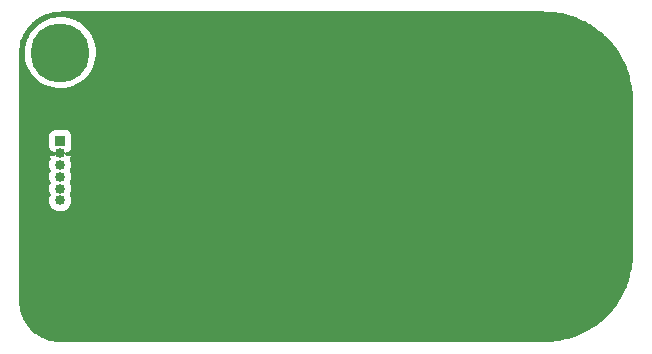
<source format=gbl>
%TF.GenerationSoftware,KiCad,Pcbnew,5.99.0-unknown-b691c18bfc~117~ubuntu20.10.1*%
%TF.CreationDate,2021-03-09T07:05:17+01:00*%
%TF.ProjectId,abrd,61627264-2e6b-4696-9361-645f70636258,rev?*%
%TF.SameCoordinates,Original*%
%TF.FileFunction,Copper,L2,Bot*%
%TF.FilePolarity,Positive*%
%FSLAX46Y46*%
G04 Gerber Fmt 4.6, Leading zero omitted, Abs format (unit mm)*
G04 Created by KiCad (PCBNEW 5.99.0-unknown-b691c18bfc~117~ubuntu20.10.1) date 2021-03-09 07:05:17*
%MOMM*%
%LPD*%
G01*
G04 APERTURE LIST*
%TA.AperFunction,ComponentPad*%
%ADD10R,0.850000X0.850000*%
%TD*%
%TA.AperFunction,ComponentPad*%
%ADD11O,0.850000X0.850000*%
%TD*%
%TA.AperFunction,ComponentPad*%
%ADD12C,5.000000*%
%TD*%
%TA.AperFunction,ViaPad*%
%ADD13C,0.600000*%
%TD*%
G04 APERTURE END LIST*
D10*
%TO.P,J1,1,Pin_1*%
%TO.N,+5V*%
X123000000Y-71500000D03*
D11*
%TO.P,J1,2,Pin_2*%
%TO.N,GND*%
X123000000Y-72500000D03*
%TO.P,J1,3,Pin_3*%
%TO.N,+3V3*%
X123000000Y-73500000D03*
%TO.P,J1,4,Pin_4*%
%TO.N,/ledstrip*%
X123000000Y-74500000D03*
%TO.P,J1,5,Pin_5*%
%TO.N,/buzz*%
X123000000Y-75500000D03*
%TO.P,J1,6,Pin_6*%
%TO.N,/cap-switch*%
X123000000Y-76500000D03*
%TD*%
D12*
%TO.P,REF\u002A\u002A,1*%
%TO.N,N/C*%
X123000000Y-64000000D03*
%TD*%
D13*
%TO.N,GND*%
X128500000Y-83750000D03*
X130000000Y-87000000D03*
X144000000Y-87000000D03*
X136000000Y-87000000D03*
X122000000Y-86000000D03*
X147500000Y-63000000D03*
%TD*%
%TA.AperFunction,Conductor*%
%TO.N,GND*%
G36*
X163939274Y-60509682D02*
G01*
X163952343Y-60511839D01*
X163952345Y-60511839D01*
X163957143Y-60512631D01*
X164030324Y-60513297D01*
X164174802Y-60514612D01*
X164178151Y-60514687D01*
X164281918Y-60518392D01*
X164328518Y-60520057D01*
X164332982Y-60520296D01*
X164732628Y-60548880D01*
X164734907Y-60549043D01*
X164739387Y-60549444D01*
X164861243Y-60562545D01*
X164865708Y-60563105D01*
X165264567Y-60620452D01*
X165268991Y-60621170D01*
X165299228Y-60626625D01*
X165389654Y-60642940D01*
X165394065Y-60643817D01*
X165543223Y-60676264D01*
X165787788Y-60729466D01*
X165792116Y-60730489D01*
X165911004Y-60760834D01*
X165915324Y-60762019D01*
X166024686Y-60794130D01*
X166301913Y-60875533D01*
X166306205Y-60876877D01*
X166422513Y-60915588D01*
X166426754Y-60917084D01*
X166804280Y-61057893D01*
X166808466Y-61059540D01*
X166921755Y-61106466D01*
X166925879Y-61108261D01*
X167292415Y-61275653D01*
X167296469Y-61277593D01*
X167406081Y-61332460D01*
X167410047Y-61334535D01*
X167598320Y-61437339D01*
X167763709Y-61527648D01*
X167767587Y-61529856D01*
X167873097Y-61592458D01*
X167876861Y-61594783D01*
X168215889Y-61812664D01*
X168219598Y-61815143D01*
X168320306Y-61885067D01*
X168323954Y-61887697D01*
X168646513Y-62129161D01*
X168650064Y-62131920D01*
X168745541Y-62208859D01*
X168748968Y-62211723D01*
X168915260Y-62355815D01*
X169053478Y-62475582D01*
X169056824Y-62478587D01*
X169146608Y-62562179D01*
X169149844Y-62565303D01*
X169434697Y-62850156D01*
X169437821Y-62853392D01*
X169521409Y-62943172D01*
X169524414Y-62946519D01*
X169788268Y-63251023D01*
X169791153Y-63254474D01*
X169868081Y-63349937D01*
X169870840Y-63353489D01*
X170112297Y-63676038D01*
X170114928Y-63679686D01*
X170184867Y-63780416D01*
X170187366Y-63784156D01*
X170405189Y-64123095D01*
X170407553Y-64126922D01*
X170470137Y-64232401D01*
X170472350Y-64236288D01*
X170665466Y-64589955D01*
X170667550Y-64593940D01*
X170722425Y-64703566D01*
X170724342Y-64707573D01*
X170891747Y-65074137D01*
X170893507Y-65078178D01*
X170940472Y-65191561D01*
X170942094Y-65195684D01*
X170979057Y-65294786D01*
X171082913Y-65573236D01*
X171084409Y-65577478D01*
X171123130Y-65693817D01*
X171124474Y-65698109D01*
X171237982Y-66084684D01*
X171239172Y-66089021D01*
X171269505Y-66207861D01*
X171270540Y-66212239D01*
X171356184Y-66605939D01*
X171357061Y-66610351D01*
X171378831Y-66731016D01*
X171379550Y-66735455D01*
X171395227Y-66844488D01*
X171430482Y-67089690D01*
X171436893Y-67134282D01*
X171437454Y-67138745D01*
X171450558Y-67260631D01*
X171450959Y-67265106D01*
X171479217Y-67660200D01*
X171479703Y-67666998D01*
X171479944Y-67671491D01*
X171485313Y-67821847D01*
X171485388Y-67825196D01*
X171487339Y-68039579D01*
X171488015Y-68044011D01*
X171490560Y-68060700D01*
X171492000Y-68079696D01*
X171492000Y-80918757D01*
X171490318Y-80939274D01*
X171487369Y-80957143D01*
X171487325Y-80962004D01*
X171485388Y-81174802D01*
X171485313Y-81178152D01*
X171479944Y-81328505D01*
X171479703Y-81332997D01*
X171450957Y-81734908D01*
X171450556Y-81739388D01*
X171437455Y-81861239D01*
X171436895Y-81865702D01*
X171379548Y-82264561D01*
X171378828Y-82269001D01*
X171357055Y-82389681D01*
X171356182Y-82394073D01*
X171270534Y-82787788D01*
X171269510Y-82792119D01*
X171239171Y-82910988D01*
X171237981Y-82915327D01*
X171124464Y-83301922D01*
X171123120Y-83306213D01*
X171084415Y-83422505D01*
X171082919Y-83426747D01*
X170942115Y-83804261D01*
X170940467Y-83808448D01*
X170893523Y-83921778D01*
X170891729Y-83925901D01*
X170724358Y-84292394D01*
X170722416Y-84296452D01*
X170667549Y-84406061D01*
X170665465Y-84410046D01*
X170472349Y-84763713D01*
X170470123Y-84767621D01*
X170407555Y-84873075D01*
X170405194Y-84876897D01*
X170191937Y-85208731D01*
X170187359Y-85215854D01*
X170184860Y-85219594D01*
X170114932Y-85320308D01*
X170112302Y-85323956D01*
X169870832Y-85646525D01*
X169868093Y-85650049D01*
X169791128Y-85745557D01*
X169788243Y-85749008D01*
X169524431Y-86053463D01*
X169521426Y-86056810D01*
X169437821Y-86146608D01*
X169434697Y-86149844D01*
X169149844Y-86434697D01*
X169146608Y-86437821D01*
X169056810Y-86521426D01*
X169053463Y-86524431D01*
X168748997Y-86788252D01*
X168745546Y-86791137D01*
X168650060Y-86868084D01*
X168646508Y-86870843D01*
X168336884Y-87102625D01*
X168323950Y-87112307D01*
X168320344Y-87114908D01*
X168237501Y-87172427D01*
X168219595Y-87184859D01*
X168215856Y-87187357D01*
X167876909Y-87405187D01*
X167873118Y-87407529D01*
X167767532Y-87470176D01*
X167763736Y-87472337D01*
X167410040Y-87665469D01*
X167406095Y-87667533D01*
X167376434Y-87682380D01*
X167296443Y-87722420D01*
X167292386Y-87724361D01*
X166925880Y-87891739D01*
X166921756Y-87893534D01*
X166808474Y-87940457D01*
X166804288Y-87942104D01*
X166426732Y-88082924D01*
X166422490Y-88084420D01*
X166306196Y-88123126D01*
X166301905Y-88124470D01*
X165915266Y-88237997D01*
X165911002Y-88239167D01*
X165792093Y-88269517D01*
X165787821Y-88270527D01*
X165493861Y-88334474D01*
X165394061Y-88356184D01*
X165389649Y-88357061D01*
X165268984Y-88378831D01*
X165264545Y-88379550D01*
X164989257Y-88419131D01*
X164865705Y-88436895D01*
X164861269Y-88437452D01*
X164739364Y-88450558D01*
X164734894Y-88450959D01*
X164683526Y-88454633D01*
X164333003Y-88479702D01*
X164328511Y-88479943D01*
X164178152Y-88485313D01*
X164174802Y-88485388D01*
X163964904Y-88487298D01*
X163964901Y-88487298D01*
X163960421Y-88487339D01*
X163954159Y-88488294D01*
X163939300Y-88490560D01*
X163920304Y-88492000D01*
X163716226Y-88492000D01*
X157638326Y-88491999D01*
X140129657Y-88491999D01*
X123269031Y-88492000D01*
X123081640Y-88492000D01*
X123060786Y-88490262D01*
X123044251Y-88487487D01*
X123039383Y-88487429D01*
X123039378Y-88487429D01*
X122883769Y-88485590D01*
X122879075Y-88485447D01*
X122876348Y-88485313D01*
X122866085Y-88484809D01*
X122797432Y-88481436D01*
X122791265Y-88480981D01*
X122525618Y-88454817D01*
X122519481Y-88454060D01*
X122508460Y-88452425D01*
X122457143Y-88444813D01*
X122451107Y-88443766D01*
X122189272Y-88391684D01*
X122183242Y-88390330D01*
X122168559Y-88386652D01*
X122122101Y-88375015D01*
X122116168Y-88373373D01*
X121860738Y-88295889D01*
X121854876Y-88293953D01*
X121795542Y-88272722D01*
X121789774Y-88270497D01*
X121543163Y-88168347D01*
X121537508Y-88165840D01*
X121480566Y-88138908D01*
X121475043Y-88136128D01*
X121239616Y-88010289D01*
X121234236Y-88007241D01*
X121180222Y-87974867D01*
X121174996Y-87971558D01*
X121096478Y-87919094D01*
X120953027Y-87823243D01*
X120947979Y-87819688D01*
X120897384Y-87782164D01*
X120892544Y-87778387D01*
X120686165Y-87609017D01*
X120681508Y-87605000D01*
X120634806Y-87562672D01*
X120630326Y-87558407D01*
X120441586Y-87369666D01*
X120437322Y-87365187D01*
X120395013Y-87318506D01*
X120390974Y-87313824D01*
X120221648Y-87107500D01*
X120217843Y-87102625D01*
X120180304Y-87052010D01*
X120176743Y-87046953D01*
X120028455Y-86825025D01*
X120025146Y-86819800D01*
X119992740Y-86765734D01*
X119989692Y-86760353D01*
X119863875Y-86524965D01*
X119861099Y-86519450D01*
X119834151Y-86462472D01*
X119831645Y-86456819D01*
X119729496Y-86210211D01*
X119727287Y-86204485D01*
X119706052Y-86145137D01*
X119704122Y-86139293D01*
X119678086Y-86053463D01*
X119626616Y-85883790D01*
X119624973Y-85877853D01*
X119609674Y-85816772D01*
X119608319Y-85810740D01*
X119556239Y-85548918D01*
X119555182Y-85542824D01*
X119545940Y-85480518D01*
X119545183Y-85474381D01*
X119530008Y-85320308D01*
X119519013Y-85208669D01*
X119518565Y-85202588D01*
X119514552Y-85120895D01*
X119514409Y-85116216D01*
X119512605Y-84963506D01*
X119512605Y-84963505D01*
X119512552Y-84959027D01*
X119509492Y-84939323D01*
X119508000Y-84919987D01*
X119508000Y-71075000D01*
X122061500Y-71075000D01*
X122061500Y-71925000D01*
X122066727Y-71998079D01*
X122068631Y-72004562D01*
X122107904Y-72138316D01*
X122106360Y-72138769D01*
X122115012Y-72198938D01*
X122110127Y-72219946D01*
X122107260Y-72228771D01*
X122106857Y-72242867D01*
X122113229Y-72246000D01*
X122122304Y-72246000D01*
X122190425Y-72266002D01*
X122204814Y-72276774D01*
X122297381Y-72356984D01*
X122430330Y-72417700D01*
X122439245Y-72418982D01*
X122439246Y-72418982D01*
X122531494Y-72432245D01*
X122596074Y-72461739D01*
X122634458Y-72521465D01*
X122634458Y-72592461D01*
X122596074Y-72652187D01*
X122564811Y-72672070D01*
X122536780Y-72684550D01*
X122536778Y-72684551D01*
X122530750Y-72687235D01*
X122525409Y-72691115D01*
X122525408Y-72691116D01*
X122471977Y-72729936D01*
X122397916Y-72754000D01*
X122119776Y-72754000D01*
X122106245Y-72757973D01*
X122105235Y-72765000D01*
X122141052Y-72875234D01*
X122146397Y-72887239D01*
X122174840Y-72936505D01*
X122191577Y-73005500D01*
X122174839Y-73062504D01*
X122142638Y-73118278D01*
X122082008Y-73304875D01*
X122061500Y-73500000D01*
X122082008Y-73695125D01*
X122142638Y-73881722D01*
X122145941Y-73887443D01*
X122174553Y-73937000D01*
X122191291Y-74005995D01*
X122174553Y-74062999D01*
X122142638Y-74118278D01*
X122082008Y-74304875D01*
X122061500Y-74500000D01*
X122082008Y-74695125D01*
X122142638Y-74881722D01*
X122145941Y-74887443D01*
X122174553Y-74937000D01*
X122191291Y-75005995D01*
X122174553Y-75062999D01*
X122142638Y-75118278D01*
X122082008Y-75304875D01*
X122061500Y-75500000D01*
X122082008Y-75695125D01*
X122142638Y-75881722D01*
X122145941Y-75887443D01*
X122174553Y-75937000D01*
X122191291Y-76005995D01*
X122174553Y-76062999D01*
X122142638Y-76118278D01*
X122082008Y-76304875D01*
X122061500Y-76500000D01*
X122082008Y-76695125D01*
X122142638Y-76881722D01*
X122240738Y-77051636D01*
X122372021Y-77197441D01*
X122530750Y-77312765D01*
X122536778Y-77315449D01*
X122536780Y-77315450D01*
X122703957Y-77389882D01*
X122709988Y-77392567D01*
X122805944Y-77412963D01*
X122895443Y-77431987D01*
X122895447Y-77431987D01*
X122901900Y-77433359D01*
X123098100Y-77433359D01*
X123104553Y-77431987D01*
X123104557Y-77431987D01*
X123194056Y-77412963D01*
X123290012Y-77392567D01*
X123296043Y-77389882D01*
X123463220Y-77315450D01*
X123463222Y-77315449D01*
X123469250Y-77312765D01*
X123627979Y-77197441D01*
X123759262Y-77051636D01*
X123857362Y-76881722D01*
X123917992Y-76695125D01*
X123938500Y-76500000D01*
X123917992Y-76304875D01*
X123857362Y-76118278D01*
X123825447Y-76063000D01*
X123808709Y-75994005D01*
X123825447Y-75937000D01*
X123854059Y-75887443D01*
X123857362Y-75881722D01*
X123917992Y-75695125D01*
X123938500Y-75500000D01*
X123917992Y-75304875D01*
X123857362Y-75118278D01*
X123825447Y-75063000D01*
X123808709Y-74994005D01*
X123825447Y-74937000D01*
X123854059Y-74887443D01*
X123857362Y-74881722D01*
X123917992Y-74695125D01*
X123938500Y-74500000D01*
X123917992Y-74304875D01*
X123857362Y-74118278D01*
X123825447Y-74063000D01*
X123808709Y-73994005D01*
X123825447Y-73937000D01*
X123854059Y-73887443D01*
X123857362Y-73881722D01*
X123917992Y-73695125D01*
X123938500Y-73500000D01*
X123917992Y-73304875D01*
X123857362Y-73118278D01*
X123825161Y-73062504D01*
X123808423Y-72993508D01*
X123825160Y-72936505D01*
X123853603Y-72887239D01*
X123858948Y-72875234D01*
X123892740Y-72771232D01*
X123893143Y-72757133D01*
X123886771Y-72754000D01*
X123602084Y-72754000D01*
X123528023Y-72729936D01*
X123474592Y-72691116D01*
X123474591Y-72691115D01*
X123469250Y-72687235D01*
X123463224Y-72684552D01*
X123463217Y-72684548D01*
X123441894Y-72675055D01*
X123387798Y-72629075D01*
X123367148Y-72561148D01*
X123386500Y-72492840D01*
X123439711Y-72445838D01*
X123484153Y-72434269D01*
X123487734Y-72434013D01*
X123491341Y-72433755D01*
X123491342Y-72433755D01*
X123498079Y-72433273D01*
X123576165Y-72410345D01*
X123629670Y-72394635D01*
X123629672Y-72394634D01*
X123638316Y-72392096D01*
X123702135Y-72351082D01*
X123753691Y-72317949D01*
X123753694Y-72317947D01*
X123761271Y-72313077D01*
X123781712Y-72289487D01*
X123841438Y-72251104D01*
X123876936Y-72246000D01*
X123880224Y-72246000D01*
X123893755Y-72242027D01*
X123894765Y-72235001D01*
X123888071Y-72214399D01*
X123886044Y-72143431D01*
X123893290Y-72123121D01*
X123913958Y-72077865D01*
X123913959Y-72077862D01*
X123917700Y-72069670D01*
X123928962Y-71991340D01*
X123937861Y-71929448D01*
X123937862Y-71929441D01*
X123938500Y-71925000D01*
X123938500Y-71075000D01*
X123933273Y-71001921D01*
X123892096Y-70861684D01*
X123846393Y-70790569D01*
X123817949Y-70746309D01*
X123817947Y-70746306D01*
X123813077Y-70738729D01*
X123806267Y-70732828D01*
X123709431Y-70648918D01*
X123709428Y-70648916D01*
X123702619Y-70643016D01*
X123569670Y-70582300D01*
X123560755Y-70581018D01*
X123560754Y-70581018D01*
X123429448Y-70562139D01*
X123429441Y-70562138D01*
X123425000Y-70561500D01*
X122575000Y-70561500D01*
X122501921Y-70566727D01*
X122448884Y-70582300D01*
X122370330Y-70605365D01*
X122370328Y-70605366D01*
X122361684Y-70607904D01*
X122354105Y-70612775D01*
X122246309Y-70682051D01*
X122246306Y-70682053D01*
X122238729Y-70686923D01*
X122232828Y-70693733D01*
X122148918Y-70790569D01*
X122148916Y-70790572D01*
X122143016Y-70797381D01*
X122082300Y-70930330D01*
X122081018Y-70939245D01*
X122081018Y-70939246D01*
X122062139Y-71070552D01*
X122062138Y-71070559D01*
X122061500Y-71075000D01*
X119508000Y-71075000D01*
X119508000Y-64081640D01*
X119509738Y-64060786D01*
X119511706Y-64049057D01*
X119512513Y-64044251D01*
X119514155Y-63905344D01*
X119987987Y-63905344D01*
X119988082Y-63908974D01*
X119988082Y-63908975D01*
X119996653Y-64236288D01*
X119997069Y-64252163D01*
X120045953Y-64595640D01*
X120133991Y-64931223D01*
X120260017Y-65254462D01*
X120289798Y-65310709D01*
X120395199Y-65509775D01*
X120422360Y-65561074D01*
X120424412Y-65564059D01*
X120424417Y-65564068D01*
X120616811Y-65844003D01*
X120616817Y-65844010D01*
X120618868Y-65846995D01*
X120621256Y-65849732D01*
X120826218Y-66084684D01*
X120846937Y-66108435D01*
X121103543Y-66341929D01*
X121385286Y-66544382D01*
X121688431Y-66713111D01*
X122008960Y-66845878D01*
X122012454Y-66846873D01*
X122012456Y-66846874D01*
X122339124Y-66939928D01*
X122339129Y-66939929D01*
X122342625Y-66940925D01*
X122346206Y-66941511D01*
X122346213Y-66941513D01*
X122681423Y-66996406D01*
X122681427Y-66996406D01*
X122685003Y-66996992D01*
X122688629Y-66997163D01*
X123027930Y-67013164D01*
X123027931Y-67013164D01*
X123031557Y-67013335D01*
X123042226Y-67012608D01*
X123374061Y-66989986D01*
X123374069Y-66989985D01*
X123377692Y-66989738D01*
X123381267Y-66989075D01*
X123381270Y-66989075D01*
X123715256Y-66927174D01*
X123715260Y-66927173D01*
X123718821Y-66926513D01*
X124050422Y-66824499D01*
X124368100Y-66685048D01*
X124667645Y-66510008D01*
X124945087Y-66301699D01*
X125196747Y-66062883D01*
X125419290Y-65796724D01*
X125525573Y-65634925D01*
X125607781Y-65509775D01*
X125607781Y-65509774D01*
X125609768Y-65506750D01*
X125690589Y-65346056D01*
X125764027Y-65200041D01*
X125764030Y-65200033D01*
X125765654Y-65196805D01*
X125864128Y-64927711D01*
X125883634Y-64874409D01*
X125883637Y-64874400D01*
X125884882Y-64870997D01*
X125885727Y-64867475D01*
X125885730Y-64867467D01*
X125937203Y-64653064D01*
X125965873Y-64533645D01*
X125966310Y-64530034D01*
X126007216Y-64192016D01*
X126007217Y-64192005D01*
X126007554Y-64189219D01*
X126013500Y-64000000D01*
X126008042Y-63905344D01*
X125993738Y-63657257D01*
X125993737Y-63657252D01*
X125993529Y-63653637D01*
X125938327Y-63337345D01*
X125934504Y-63315438D01*
X125934502Y-63315431D01*
X125933880Y-63311865D01*
X125931110Y-63302511D01*
X125836376Y-62982698D01*
X125835344Y-62979213D01*
X125788199Y-62868682D01*
X125754543Y-62789779D01*
X125699227Y-62660092D01*
X125649482Y-62572878D01*
X125529125Y-62361870D01*
X125527334Y-62358730D01*
X125321942Y-62079123D01*
X125085773Y-61824976D01*
X125083019Y-61822624D01*
X125083015Y-61822620D01*
X124863073Y-61634772D01*
X124821959Y-61599657D01*
X124818956Y-61597639D01*
X124818948Y-61597633D01*
X124580404Y-61437339D01*
X124533996Y-61406154D01*
X124530787Y-61404498D01*
X124530779Y-61404493D01*
X124228921Y-61248693D01*
X124225701Y-61247031D01*
X123901159Y-61124397D01*
X123897647Y-61123515D01*
X123897638Y-61123512D01*
X123728012Y-61080905D01*
X123564674Y-61039877D01*
X123380771Y-61015666D01*
X123224307Y-60995067D01*
X123224299Y-60995066D01*
X123220703Y-60994593D01*
X123075739Y-60992316D01*
X122877450Y-60989200D01*
X122877446Y-60989200D01*
X122873808Y-60989143D01*
X122870194Y-60989504D01*
X122870188Y-60989504D01*
X122627532Y-61013725D01*
X122528585Y-61023601D01*
X122189610Y-61097510D01*
X122186183Y-61098683D01*
X122186177Y-61098685D01*
X121864808Y-61208714D01*
X121864803Y-61208716D01*
X121861377Y-61209889D01*
X121858109Y-61211448D01*
X121858101Y-61211451D01*
X121709598Y-61282284D01*
X121548235Y-61359250D01*
X121254336Y-61543612D01*
X120983575Y-61760533D01*
X120739540Y-62007137D01*
X120525467Y-62280155D01*
X120344192Y-62575968D01*
X120342667Y-62579253D01*
X120342665Y-62579257D01*
X120312937Y-62643301D01*
X120198119Y-62890657D01*
X120169938Y-62975869D01*
X120090322Y-63216603D01*
X120090319Y-63216613D01*
X120089183Y-63220049D01*
X120088447Y-63223604D01*
X120088446Y-63223607D01*
X120064892Y-63337345D01*
X120018828Y-63559779D01*
X120003747Y-63728760D01*
X119989913Y-63883769D01*
X119987987Y-63905344D01*
X119514155Y-63905344D01*
X119514410Y-63883769D01*
X119514553Y-63879075D01*
X119518564Y-63797432D01*
X119519019Y-63791265D01*
X119545184Y-63525614D01*
X119545941Y-63519477D01*
X119555182Y-63457175D01*
X119556235Y-63451102D01*
X119608319Y-63189260D01*
X119609673Y-63183229D01*
X119624986Y-63122096D01*
X119626623Y-63116184D01*
X119704114Y-62860731D01*
X119706053Y-62854859D01*
X119727274Y-62795550D01*
X119729500Y-62789779D01*
X119772456Y-62686077D01*
X119831650Y-62543170D01*
X119834156Y-62537518D01*
X119861100Y-62480548D01*
X119863869Y-62475046D01*
X119989696Y-62239640D01*
X119992744Y-62234259D01*
X120006239Y-62211744D01*
X120025153Y-62180188D01*
X120028451Y-62174981D01*
X120176750Y-61953037D01*
X120180294Y-61948004D01*
X120217855Y-61897359D01*
X120221631Y-61892521D01*
X120227749Y-61885067D01*
X120390973Y-61686176D01*
X120394977Y-61681533D01*
X120437359Y-61634772D01*
X120441603Y-61630316D01*
X120630315Y-61441604D01*
X120634794Y-61437339D01*
X120681506Y-61395002D01*
X120686189Y-61390963D01*
X120722477Y-61361182D01*
X120892525Y-61221628D01*
X120897370Y-61217847D01*
X120947985Y-61180308D01*
X120953038Y-61176749D01*
X121174976Y-61028454D01*
X121180195Y-61025149D01*
X121183379Y-61023241D01*
X121234267Y-60992740D01*
X121239642Y-60989695D01*
X121240000Y-60989504D01*
X121475049Y-60863868D01*
X121480543Y-60861102D01*
X121537518Y-60834155D01*
X121543165Y-60831652D01*
X121789776Y-60729502D01*
X121795545Y-60727277D01*
X121854855Y-60706055D01*
X121860719Y-60704118D01*
X122116182Y-60626624D01*
X122122140Y-60624975D01*
X122183216Y-60609677D01*
X122189248Y-60608322D01*
X122348034Y-60576737D01*
X122451096Y-60556236D01*
X122457159Y-60555185D01*
X122519487Y-60545939D01*
X122525625Y-60545182D01*
X122529991Y-60544752D01*
X122791298Y-60519016D01*
X122797406Y-60518565D01*
X122879105Y-60514552D01*
X122883771Y-60514409D01*
X122998708Y-60513051D01*
X123036494Y-60512605D01*
X123036495Y-60512605D01*
X123040973Y-60512552D01*
X123060677Y-60509492D01*
X123080013Y-60508000D01*
X163918757Y-60508000D01*
X163939274Y-60509682D01*
G37*
%TD.AperFunction*%
%TD*%
M02*

</source>
